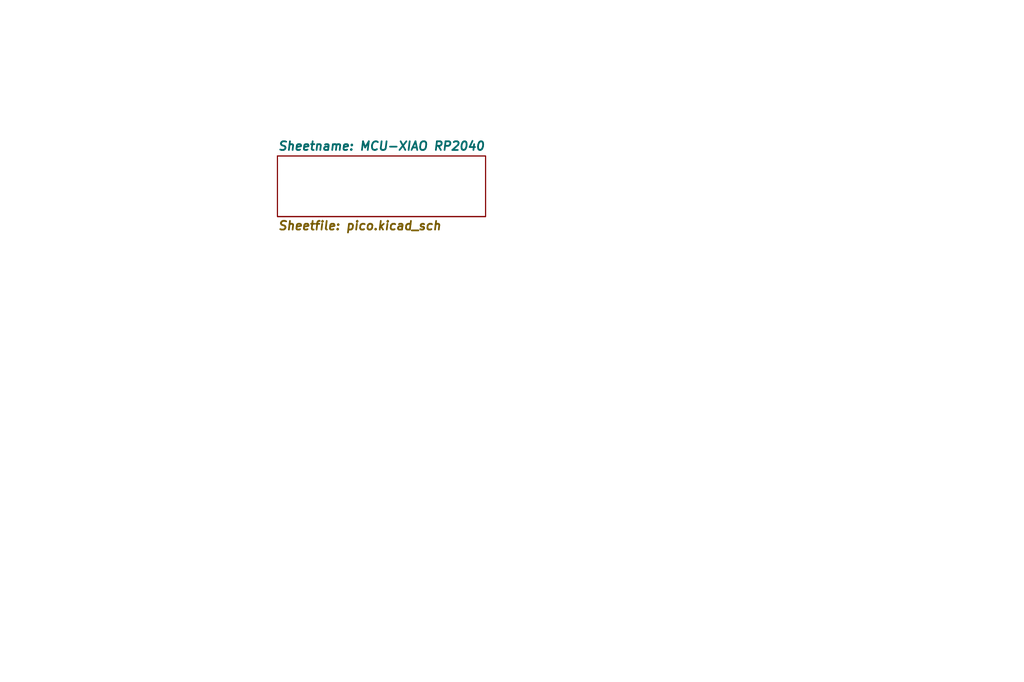
<source format=kicad_sch>
(kicad_sch (version 20230121) (generator eeschema)

  (uuid 67ad53b0-e724-4354-8add-ffbe056bca93)

  (paper "User" 150.012 99.9998)

  (title_block
    (date "2023-07-08")
  )

  (lib_symbols
  )


  (sheet (at 40.64 22.86) (size 30.48 8.89) (fields_autoplaced)
    (stroke (width 0.1524) (type solid))
    (fill (color 0 0 0 0.0000))
    (uuid 07c0a6ff-eef2-4578-b5db-f7e0ea607e3d)
    (property "Sheetname" "MCU-XIAO RP2040" (at 40.64 22.1484 0) (show_name)
      (effects (font (size 1.27 1.27) bold italic) (justify left bottom))
    )
    (property "Sheetfile" "pico.kicad_sch" (at 40.64 32.3346 0) (show_name)
      (effects (font (size 1.27 1.27) bold italic) (justify left top))
    )
    (instances
      (project "StepperMotor_module_V2_XIAO_RP2040"
        (path "/67ad53b0-e724-4354-8add-ffbe056bca93" (page "2"))
      )
    )
  )

  (sheet_instances
    (path "/" (page "1"))
  )
)

</source>
